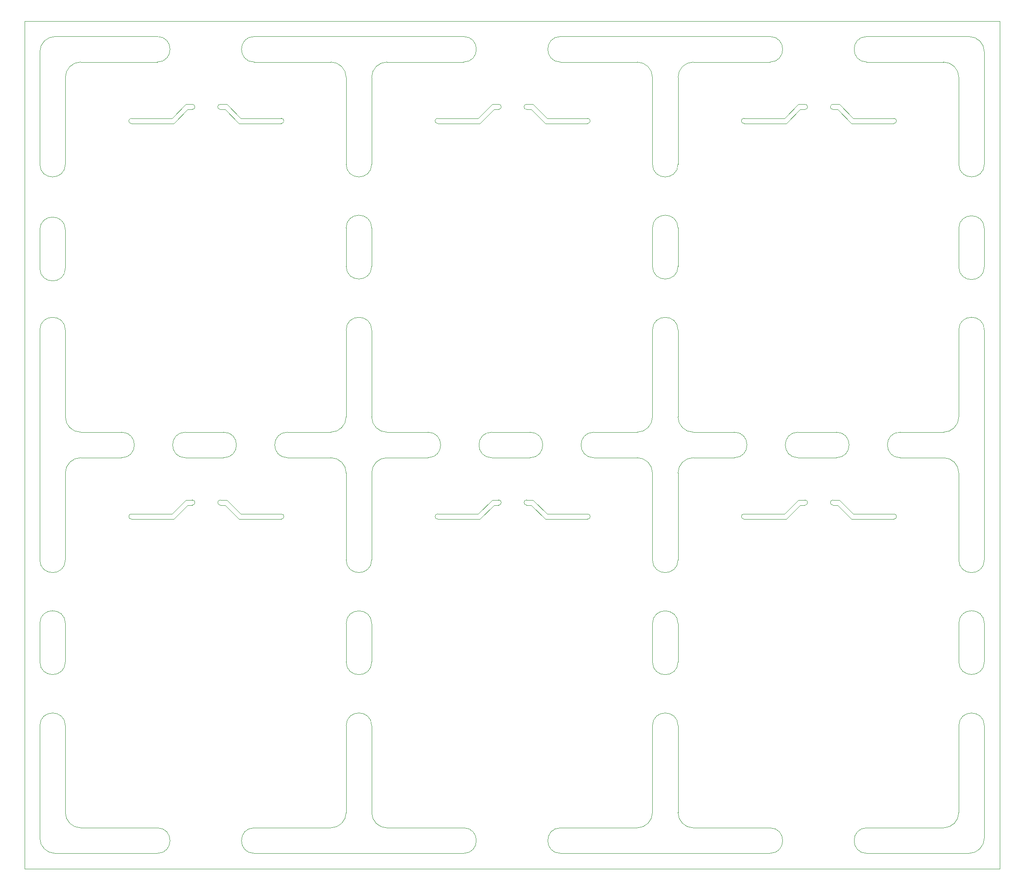
<source format=gm1>
G04 #@! TF.GenerationSoftware,KiCad,Pcbnew,(5.1.4)-1*
G04 #@! TF.CreationDate,2020-11-07T13:08:34+01:00*
G04 #@! TF.ProjectId,FPGA_nutzen,46504741-5f6e-4757-947a-656e2e6b6963,rev?*
G04 #@! TF.SameCoordinates,Original*
G04 #@! TF.FileFunction,Profile,NP*
%FSLAX46Y46*%
G04 Gerber Fmt 4.6, Leading zero omitted, Abs format (unit mm)*
G04 Created by KiCad (PCBNEW (5.1.4)-1) date 2020-11-07 13:08:34*
%MOMM*%
%LPD*%
G04 APERTURE LIST*
%ADD10C,0.050000*%
G04 APERTURE END LIST*
D10*
X62162000Y-181902998D02*
G75*
G02X59162000Y-178903000I-1J2999999D01*
G01*
X82161000Y-181903000D02*
X62162000Y-181902998D01*
X142162000Y-181903000D02*
X101159000Y-181903000D01*
X202163000Y-181903000D02*
X161160000Y-181903000D01*
X244162000Y-178903000D02*
G75*
G02X241162002Y-181903000I-2999999J-1D01*
G01*
X221161000Y-181903000D02*
X241162002Y-181903000D01*
X116159000Y-176903000D02*
X101159000Y-176903000D01*
X82161000Y-176903000D02*
X67161000Y-176903000D01*
X101159000Y-176903000D02*
G75*
G03X101159000Y-181903000I0J-2500000D01*
G01*
X82161000Y-181903000D02*
G75*
G03X82161000Y-176903000I0J2500000D01*
G01*
X161160000Y-176903000D02*
G75*
G03X161160000Y-181903000I0J-2500000D01*
G01*
X142162000Y-181903000D02*
G75*
G03X142162000Y-176903000I0J2500000D01*
G01*
X142162000Y-176903000D02*
X127162000Y-176903000D01*
X176160000Y-176903000D02*
X161160000Y-176903000D01*
X236161000Y-176903000D02*
X221161000Y-176903000D01*
X221161000Y-176903000D02*
G75*
G03X221161000Y-181903000I0J-2500000D01*
G01*
X202163000Y-181903000D02*
G75*
G03X202163000Y-176903000I0J2500000D01*
G01*
X202163000Y-176903000D02*
X187163000Y-176903000D01*
X241162000Y-21903000D02*
G75*
G02X244162000Y-24902998I1J-2999999D01*
G01*
X59162000Y-24903000D02*
G75*
G02X62161998Y-21903000I2999999J1D01*
G01*
X221159000Y-21903000D02*
G75*
G03X221159000Y-26903000I0J-2500000D01*
G01*
X187161000Y-26903000D02*
X202161000Y-26903000D01*
X202161000Y-26903000D02*
G75*
G03X202161000Y-21903000I0J2500000D01*
G01*
X202161000Y-21903000D02*
X176162000Y-21903000D01*
X241162000Y-21903000D02*
X221158000Y-21903000D01*
X221159000Y-26903000D02*
X236159000Y-26903000D01*
X161162000Y-21903000D02*
G75*
G03X161162000Y-26903000I0J-2500000D01*
G01*
X142164000Y-21903000D02*
X116162000Y-21903000D01*
X176162000Y-21903000D02*
X161162000Y-21903000D01*
X161162000Y-26903000D02*
X176162000Y-26903000D01*
X127164000Y-26903000D02*
X142164000Y-26903000D01*
X142164000Y-26903000D02*
G75*
G03X142164000Y-21903000I0J2500000D01*
G01*
X116162000Y-21903000D02*
X101162000Y-21903000D01*
X82164000Y-21903000D02*
X62161998Y-21903000D01*
X82164000Y-26903000D02*
G75*
G03X82164000Y-21903000I0J2500000D01*
G01*
X67164000Y-26903000D02*
X82164000Y-26903000D01*
X101162000Y-26903000D02*
X116162000Y-26903000D01*
X101162000Y-21903000D02*
G75*
G03X101162000Y-26903000I0J-2500000D01*
G01*
X239162000Y-67013000D02*
G75*
G03X244162000Y-67013000I2500000J0D01*
G01*
X239162000Y-59515000D02*
G75*
G02X244162000Y-59515000I2500000J0D01*
G01*
X239162000Y-59515000D02*
X239162000Y-67013000D01*
X244162000Y-67013000D02*
X244162000Y-59515000D01*
X239162000Y-136870000D02*
G75*
G02X244162000Y-136870000I2500000J0D01*
G01*
X239162000Y-136870000D02*
X239162000Y-144368000D01*
X244162000Y-144368000D02*
X244162000Y-136870000D01*
X239162000Y-144368000D02*
G75*
G03X244162000Y-144368000I2500000J0D01*
G01*
X59162000Y-136880000D02*
G75*
G02X64162000Y-136880000I2500000J0D01*
G01*
X64162000Y-144378000D02*
X64162000Y-136880000D01*
X59162000Y-144378000D02*
G75*
G03X64162000Y-144378000I2500000J0D01*
G01*
X59162000Y-136880000D02*
X59162000Y-144378000D01*
X59162000Y-67272000D02*
G75*
G03X64162000Y-67272000I2500000J0D01*
G01*
X59162000Y-59774000D02*
G75*
G02X64162000Y-59774000I2500000J0D01*
G01*
X59162000Y-59774000D02*
X59162000Y-67272000D01*
X64162000Y-67272000D02*
X64162000Y-59774000D01*
X59162000Y-24903000D02*
X59162000Y-46904000D01*
X244162000Y-46894000D02*
X244162000Y-24902998D01*
X244162000Y-124411000D02*
X244162000Y-79394000D01*
X239162000Y-46894000D02*
G75*
G03X244162000Y-46894000I2500000J0D01*
G01*
X239162000Y-29903000D02*
X239162000Y-46894000D01*
X239162000Y-79394000D02*
G75*
G02X244162000Y-79394000I2500000J0D01*
G01*
X239162000Y-79394000D02*
X239161998Y-96403000D01*
X239162000Y-107403000D02*
X239162000Y-124411000D01*
X239162000Y-124411000D02*
G75*
G03X244162000Y-124411000I2500000J0D01*
G01*
X239162000Y-156911000D02*
G75*
G02X244162000Y-156911000I2500000J0D01*
G01*
X239162000Y-156911000D02*
X239161998Y-173903000D01*
X59162000Y-107408000D02*
X59162000Y-124408000D01*
X64162001Y-173908001D02*
X64162001Y-156908001D01*
X59162000Y-124408000D02*
G75*
G03X64162000Y-124408000I2500000J0D01*
G01*
X59162000Y-156908000D02*
G75*
G02X64162000Y-156908000I2500000J0D01*
G01*
X64162000Y-124408000D02*
X64162000Y-107408000D01*
X59162000Y-46904000D02*
G75*
G03X64162000Y-46904000I2500000J0D01*
G01*
X59162000Y-79404000D02*
G75*
G02X64162000Y-79404000I2500000J0D01*
G01*
X64162001Y-96404001D02*
X64162001Y-79404001D01*
X59162000Y-79404000D02*
X59162000Y-107408000D01*
X64162000Y-46904000D02*
X64162000Y-29904000D01*
X59162000Y-156908000D02*
X59162000Y-178903000D01*
X207678000Y-104403000D02*
X215176000Y-104403000D01*
X227678000Y-104403000D02*
X236162000Y-104403002D01*
X215176000Y-99403000D02*
X207678000Y-99403000D01*
X215176000Y-104403000D02*
G75*
G03X215176000Y-99403000I0J2500000D01*
G01*
X195178000Y-104403000D02*
G75*
G03X195178000Y-99403000I0J2500000D01*
G01*
X207678000Y-104403000D02*
G75*
G02X207678000Y-99403000I0J2500000D01*
G01*
X195178000Y-99403000D02*
X187163000Y-99403000D01*
X236162000Y-99403000D02*
X227678000Y-99403000D01*
X187161998Y-104403000D02*
X195178000Y-104403000D01*
X227678000Y-104403000D02*
G75*
G02X227678000Y-99403000I0J2500000D01*
G01*
X135175000Y-99403000D02*
X127160000Y-99403000D01*
X147675000Y-104403000D02*
X155173000Y-104403000D01*
X155173000Y-99403000D02*
X147675000Y-99403000D01*
X155173000Y-104403000D02*
G75*
G03X155173000Y-99403000I0J2500000D01*
G01*
X176164000Y-99402999D02*
X167675001Y-99402999D01*
X167675000Y-104403000D02*
X176160000Y-104403000D01*
X135175000Y-104403000D02*
G75*
G03X135175000Y-99403000I0J2500000D01*
G01*
X127164000Y-104403000D02*
X135175000Y-104403000D01*
X167675000Y-104403000D02*
G75*
G02X167675000Y-99403000I0J2500000D01*
G01*
X147675000Y-104403000D02*
G75*
G02X147675000Y-99403000I0J2500000D01*
G01*
X75175000Y-104403000D02*
G75*
G03X75175000Y-99403000I0J2500000D01*
G01*
X107675000Y-104403000D02*
G75*
G02X107675000Y-99403000I0J2500000D01*
G01*
X116164000Y-99402999D02*
X107675001Y-99402999D01*
X107675000Y-104403000D02*
X116160000Y-104403000D01*
X75175000Y-99403000D02*
X67162001Y-99402999D01*
X67161998Y-104403000D02*
X75175000Y-104403000D01*
X95173000Y-104403000D02*
G75*
G03X95173000Y-99403000I0J2500000D01*
G01*
X87675000Y-104403000D02*
G75*
G02X87675000Y-99403000I0J2500000D01*
G01*
X87675000Y-104403000D02*
X95173000Y-104403000D01*
X95173000Y-99403000D02*
X87675000Y-99403000D01*
X119162000Y-124402000D02*
G75*
G03X124162000Y-124402000I2500000J0D01*
G01*
X119162000Y-156902000D02*
G75*
G02X124162000Y-156902000I2500000J0D01*
G01*
X124162001Y-173902001D02*
X124162001Y-156902001D01*
X119162000Y-156902000D02*
X119161998Y-173902000D01*
X124162000Y-124402000D02*
X124162000Y-107402000D01*
X179162000Y-136904000D02*
G75*
G02X184162000Y-136904000I2500000J0D01*
G01*
X179162000Y-136904000D02*
X179162000Y-144402000D01*
X184162000Y-144402000D02*
X184162000Y-136904000D01*
X119162000Y-107402000D02*
X119162000Y-124402000D01*
X119162000Y-144400000D02*
G75*
G03X124162000Y-144400000I2500000J0D01*
G01*
X179162000Y-156904000D02*
X179161998Y-173904000D01*
X119162000Y-136902000D02*
G75*
G02X124162000Y-136902000I2500000J0D01*
G01*
X179162000Y-107404000D02*
X179162000Y-124404000D01*
X184162000Y-124404000D02*
X184162000Y-107404000D01*
X184162001Y-173904001D02*
X184162001Y-156904001D01*
X119162000Y-136902000D02*
X119162000Y-144400000D01*
X179162000Y-124404000D02*
G75*
G03X184162000Y-124404000I2500000J0D01*
G01*
X179162000Y-156904000D02*
G75*
G02X184162000Y-156904000I2500000J0D01*
G01*
X124162000Y-144400000D02*
X124162000Y-136902000D01*
X179162000Y-144402000D02*
G75*
G03X184162000Y-144402000I2500000J0D01*
G01*
X56162000Y-184903000D02*
X56162000Y-18903000D01*
X247162000Y-184903000D02*
X56162000Y-184903000D01*
X247162000Y-18903000D02*
X247162000Y-184903000D01*
X56162000Y-18903000D02*
X247162000Y-18903000D01*
X244162000Y-156911000D02*
X244162000Y-178903000D01*
X179162000Y-46905000D02*
G75*
G03X184162000Y-46905000I2500000J0D01*
G01*
X179162000Y-79405000D02*
G75*
G02X184162000Y-79405000I2500000J0D01*
G01*
X184162001Y-96405001D02*
X184162001Y-79405001D01*
X179162000Y-79405000D02*
X179161998Y-96405000D01*
X184162000Y-46905000D02*
X184162000Y-29905000D01*
X179162000Y-29905000D02*
X179162000Y-46905000D01*
X179162000Y-66903000D02*
G75*
G03X184162000Y-66903000I2500000J0D01*
G01*
X179162000Y-59405000D02*
G75*
G02X184162000Y-59405000I2500000J0D01*
G01*
X179162000Y-59405000D02*
X179162000Y-66903000D01*
X184162000Y-66903000D02*
X184162000Y-59405000D01*
X124162000Y-66901000D02*
X124162000Y-59403000D01*
X119162000Y-59403000D02*
X119162000Y-66901000D01*
X119162000Y-66901000D02*
G75*
G03X124162000Y-66901000I2500000J0D01*
G01*
X119162000Y-59403000D02*
G75*
G02X124162000Y-59403000I2500000J0D01*
G01*
X124162001Y-96403001D02*
X124162001Y-79403001D01*
X119162000Y-79403000D02*
X119161998Y-96403000D01*
X119162000Y-79403000D02*
G75*
G02X124162000Y-79403000I2500000J0D01*
G01*
X119162000Y-46903000D02*
G75*
G03X124162000Y-46903000I2500000J0D01*
G01*
X209028400Y-112671600D02*
G75*
G02X209028400Y-113687600I0J-508000D01*
G01*
X149028400Y-112671600D02*
G75*
G02X149028400Y-113687600I0J-508000D01*
G01*
X89028400Y-112671600D02*
G75*
G02X89028400Y-113687600I0J-508000D01*
G01*
X209028400Y-35171600D02*
G75*
G02X209028400Y-36187600I0J-508000D01*
G01*
X149028400Y-35171600D02*
G75*
G02X149028400Y-36187600I0J-508000D01*
G01*
X197090400Y-115414800D02*
X205015200Y-115414800D01*
X137090400Y-115414800D02*
X145015200Y-115414800D01*
X77090400Y-115414800D02*
X85015200Y-115414800D01*
X197090400Y-37914800D02*
X205015200Y-37914800D01*
X137090400Y-37914800D02*
X145015200Y-37914800D01*
X236162000Y-104403002D02*
G75*
G02X239162000Y-107403000I1J-2999999D01*
G01*
X176162000Y-104403002D02*
G75*
G02X179162000Y-107403000I1J-2999999D01*
G01*
X116162000Y-104403002D02*
G75*
G02X119162000Y-107403000I1J-2999999D01*
G01*
X236162000Y-26903002D02*
G75*
G02X239162000Y-29903000I1J-2999999D01*
G01*
X176162000Y-26903002D02*
G75*
G02X179162000Y-29903000I1J-2999999D01*
G01*
X207758400Y-112671600D02*
X209028400Y-112671600D01*
X147758400Y-112671600D02*
X149028400Y-112671600D01*
X87758400Y-112671600D02*
X89028400Y-112671600D01*
X207758400Y-35171600D02*
X209028400Y-35171600D01*
X147758400Y-35171600D02*
X149028400Y-35171600D01*
X218172400Y-116430800D02*
X215429200Y-113687600D01*
X158172400Y-116430800D02*
X155429200Y-113687600D01*
X98172400Y-116430800D02*
X95429200Y-113687600D01*
X218172400Y-38930800D02*
X215429200Y-36187600D01*
X158172400Y-38930800D02*
X155429200Y-36187600D01*
X214514800Y-112671600D02*
G75*
G03X214514800Y-113687600I0J-508000D01*
G01*
X154514800Y-112671600D02*
G75*
G03X154514800Y-113687600I0J-508000D01*
G01*
X94514800Y-112671600D02*
G75*
G03X94514800Y-113687600I0J-508000D01*
G01*
X214514800Y-35171600D02*
G75*
G03X214514800Y-36187600I0J-508000D01*
G01*
X154514800Y-35171600D02*
G75*
G03X154514800Y-36187600I0J-508000D01*
G01*
X218528000Y-115414800D02*
X215784800Y-112671600D01*
X158528000Y-115414800D02*
X155784800Y-112671600D01*
X98528000Y-115414800D02*
X95784800Y-112671600D01*
X218528000Y-37914800D02*
X215784800Y-35171600D01*
X158528000Y-37914800D02*
X155784800Y-35171600D01*
X215784800Y-112671600D02*
X214514800Y-112671600D01*
X155784800Y-112671600D02*
X154514800Y-112671600D01*
X95784800Y-112671600D02*
X94514800Y-112671600D01*
X215784800Y-35171600D02*
X214514800Y-35171600D01*
X155784800Y-35171600D02*
X154514800Y-35171600D01*
X226452800Y-116430800D02*
X218172400Y-116430800D01*
X166452800Y-116430800D02*
X158172400Y-116430800D01*
X106452800Y-116430800D02*
X98172400Y-116430800D01*
X226452800Y-38930800D02*
X218172400Y-38930800D01*
X166452800Y-38930800D02*
X158172400Y-38930800D01*
X215429200Y-113687600D02*
X214514800Y-113687600D01*
X155429200Y-113687600D02*
X154514800Y-113687600D01*
X95429200Y-113687600D02*
X94514800Y-113687600D01*
X215429200Y-36187600D02*
X214514800Y-36187600D01*
X155429200Y-36187600D02*
X154514800Y-36187600D01*
X197090400Y-116430800D02*
G75*
G02X197090400Y-115414800I0J508000D01*
G01*
X137090400Y-116430800D02*
G75*
G02X137090400Y-115414800I0J508000D01*
G01*
X77090400Y-116430800D02*
G75*
G02X77090400Y-115414800I0J508000D01*
G01*
X197090400Y-38930800D02*
G75*
G02X197090400Y-37914800I0J508000D01*
G01*
X137090400Y-38930800D02*
G75*
G02X137090400Y-37914800I0J508000D01*
G01*
X205015200Y-115414800D02*
X207758400Y-112671600D01*
X145015200Y-115414800D02*
X147758400Y-112671600D01*
X85015200Y-115414800D02*
X87758400Y-112671600D01*
X205015200Y-37914800D02*
X207758400Y-35171600D01*
X145015200Y-37914800D02*
X147758400Y-35171600D01*
X208114000Y-113687600D02*
X209028400Y-113687600D01*
X148114000Y-113687600D02*
X149028400Y-113687600D01*
X88114000Y-113687600D02*
X89028400Y-113687600D01*
X208114000Y-36187600D02*
X209028400Y-36187600D01*
X148114000Y-36187600D02*
X149028400Y-36187600D01*
X205370800Y-116430800D02*
X208114000Y-113687600D01*
X145370800Y-116430800D02*
X148114000Y-113687600D01*
X85370800Y-116430800D02*
X88114000Y-113687600D01*
X205370800Y-38930800D02*
X208114000Y-36187600D01*
X145370800Y-38930800D02*
X148114000Y-36187600D01*
X226452800Y-115414800D02*
X218528000Y-115414800D01*
X166452800Y-115414800D02*
X158528000Y-115414800D01*
X106452800Y-115414800D02*
X98528000Y-115414800D01*
X226452800Y-37914800D02*
X218528000Y-37914800D01*
X166452800Y-37914800D02*
X158528000Y-37914800D01*
X226452800Y-116430800D02*
G75*
G03X226452800Y-115414800I0J508000D01*
G01*
X166452800Y-116430800D02*
G75*
G03X166452800Y-115414800I0J508000D01*
G01*
X106452800Y-116430800D02*
G75*
G03X106452800Y-115414800I0J508000D01*
G01*
X226452800Y-38930800D02*
G75*
G03X226452800Y-37914800I0J508000D01*
G01*
X166452800Y-38930800D02*
G75*
G03X166452800Y-37914800I0J508000D01*
G01*
X124162000Y-46903000D02*
X124162000Y-29903000D01*
X187162001Y-176902999D02*
G75*
G02X184162001Y-173903001I-1J2999999D01*
G01*
X127162001Y-176902999D02*
G75*
G02X124162001Y-173903001I-1J2999999D01*
G01*
X67162001Y-176902999D02*
G75*
G02X64162001Y-173903001I-1J2999999D01*
G01*
X187162001Y-99402999D02*
G75*
G02X184162001Y-96403001I-1J2999999D01*
G01*
X127162001Y-99402999D02*
G75*
G02X124162001Y-96403001I-1J2999999D01*
G01*
X184162000Y-107403000D02*
G75*
G02X187161998Y-104403000I2999999J1D01*
G01*
X124162000Y-107403000D02*
G75*
G02X127161998Y-104403000I2999999J1D01*
G01*
X64162000Y-107403000D02*
G75*
G02X67161998Y-104403000I2999999J1D01*
G01*
X184162000Y-29903000D02*
G75*
G02X187161998Y-26903000I2999999J1D01*
G01*
X124162000Y-29903000D02*
G75*
G02X127161998Y-26903000I2999999J1D01*
G01*
X239161998Y-173903000D02*
G75*
G02X236162000Y-176903000I-2999999J-1D01*
G01*
X179161998Y-173903000D02*
G75*
G02X176162000Y-176903000I-2999999J-1D01*
G01*
X119161998Y-173903000D02*
G75*
G02X116162000Y-176903000I-2999999J-1D01*
G01*
X239161998Y-96403000D02*
G75*
G02X236162000Y-99403000I-2999999J-1D01*
G01*
X179161998Y-96403000D02*
G75*
G02X176162000Y-99403000I-2999999J-1D01*
G01*
X197090400Y-116430800D02*
X205370800Y-116430800D01*
X137090400Y-116430800D02*
X145370800Y-116430800D01*
X77090400Y-116430800D02*
X85370800Y-116430800D01*
X197090400Y-38930800D02*
X205370800Y-38930800D01*
X137090400Y-38930800D02*
X145370800Y-38930800D01*
X106452800Y-38930800D02*
X98172400Y-38930800D01*
X98172400Y-38930800D02*
X95429200Y-36187600D01*
X95429200Y-36187600D02*
X94514800Y-36187600D01*
X95784800Y-35171600D02*
X94514800Y-35171600D01*
X98528000Y-37914800D02*
X95784800Y-35171600D01*
X106452800Y-37914800D02*
X98528000Y-37914800D01*
X94514800Y-35171600D02*
G75*
G03X94514800Y-36187600I0J-508000D01*
G01*
X106452800Y-38930800D02*
G75*
G03X106452800Y-37914800I0J508000D01*
G01*
X77090400Y-38930800D02*
G75*
G02X77090400Y-37914800I0J508000D01*
G01*
X89028400Y-35171600D02*
G75*
G02X89028400Y-36187600I0J-508000D01*
G01*
X88114000Y-36187600D02*
X89028400Y-36187600D01*
X85370800Y-38930800D02*
X88114000Y-36187600D01*
X77090400Y-38930800D02*
X85370800Y-38930800D01*
X87758400Y-35171600D02*
X89028400Y-35171600D01*
X85015200Y-37914800D02*
X87758400Y-35171600D01*
X77090400Y-37914800D02*
X85015200Y-37914800D01*
X116162000Y-26903002D02*
G75*
G02X119162000Y-29903000I1J-2999999D01*
G01*
X119161998Y-96403000D02*
G75*
G02X116162000Y-99403000I-2999999J-1D01*
G01*
X64162000Y-29903000D02*
G75*
G02X67161998Y-26903000I2999999J1D01*
G01*
X67162001Y-99402999D02*
G75*
G02X64162001Y-96403001I-1J2999999D01*
G01*
X119162000Y-29903000D02*
X119162000Y-46903000D01*
M02*

</source>
